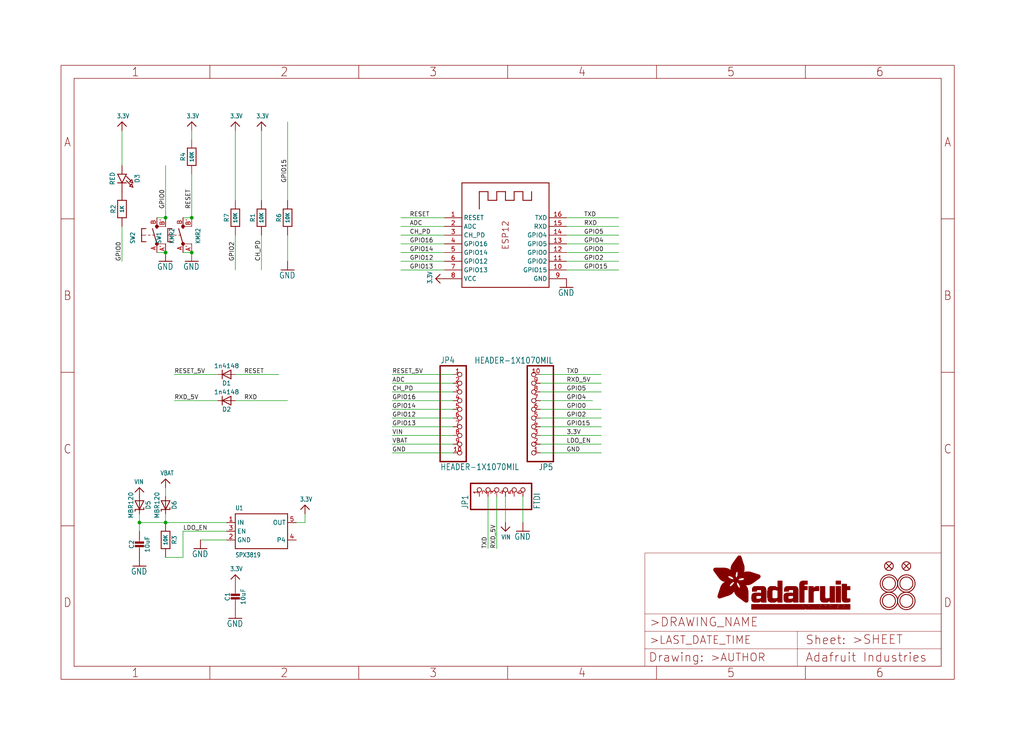
<source format=kicad_sch>
(kicad_sch (version 20211123) (generator eeschema)
  (paper "User" 298.45 217.881)
  (lib_symbols
    (symbol "eagleSchem-eagle-import:3.3V" (power)
      (property "Value" "3.3V" (at -1.524 1.016 0))
      (symbol "3.3V_1_0"
        (pin power_in line (at 0 -2.54 90) (length 2.54) (name "3.3V") (number "1"))
      )
    )
    (symbol "eagleSchem-eagle-import:CAP_CERAMIC0805-NOOUTLINE"
      (property "Reference" "C" (at -2.29 1.25 90))
      (property "Value" "CAP_CERAMIC0805-NOOUTLINE" (at 2.3 1.25 90))
      (symbol "CAP_CERAMIC0805-NOOUTLINE_1_0"
        (pin passive line (at 0 5.08 270) (length 2.54) (name "1") (number "1"))
        (pin passive line (at 0 -2.54 90) (length 2.54) (name "2") (number "2"))
      )
    )
    (symbol "eagleSchem-eagle-import:DIODE-SCHOTTKYSOD-123"
      (property "Reference" "D" (at 0 2.54 0))
      (property "Value" "DIODE-SCHOTTKYSOD-123" (at 0 -2.5 0))
      (symbol "DIODE-SCHOTTKYSOD-123_1_0"
        (pin passive line (at -2.54 0 0) (length 2.54) (name "A") (number "A"))
        (pin passive line (at 2.54 0 180) (length 2.54) (name "C") (number "C"))
      )
    )
    (symbol "eagleSchem-eagle-import:DIODESOD-323"
      (property "Reference" "D" (at 0 2.54 0))
      (property "Value" "DIODESOD-323" (at 0 -2.5 0))
      (symbol "DIODESOD-323_1_0"
        (pin passive line (at -2.54 0 0) (length 2.54) (name "A") (number "A"))
        (pin passive line (at 2.54 0 180) (length 2.54) (name "C") (number "C"))
      )
    )
    (symbol "eagleSchem-eagle-import:ESP-12"
      (symbol "ESP-12_1_0"
        (text "ESP12" (at 0 0 900) (effects (font (size 1.778 1.778))))
        (pin input line (at -17.78 5.08 0) (length 5.08) (name "RESET") (number "1"))
        (pin bidirectional line (at 17.78 -10.16 180) (length 5.08) (name "GPIO15") (number "10"))
        (pin bidirectional line (at 17.78 -7.62 180) (length 5.08) (name "GPIO2") (number "11"))
        (pin bidirectional line (at 17.78 -5.08 180) (length 5.08) (name "GPIO0") (number "12"))
        (pin bidirectional line (at 17.78 -2.54 180) (length 5.08) (name "GPIO5") (number "13"))
        (pin bidirectional line (at 17.78 0 180) (length 5.08) (name "GPIO4") (number "14"))
        (pin input line (at 17.78 2.54 180) (length 5.08) (name "RXD") (number "15"))
        (pin output line (at 17.78 5.08 180) (length 5.08) (name "TXD") (number "16"))
        (pin passive line (at -17.78 2.54 0) (length 5.08) (name "ADC") (number "2"))
        (pin input line (at -17.78 0 0) (length 5.08) (name "CH_PD") (number "3"))
        (pin bidirectional line (at -17.78 -2.54 0) (length 5.08) (name "GPIO16") (number "4"))
        (pin bidirectional line (at -17.78 -5.08 0) (length 5.08) (name "GPIO14") (number "5"))
        (pin bidirectional line (at -17.78 -7.62 0) (length 5.08) (name "GPIO12") (number "6"))
        (pin bidirectional line (at -17.78 -10.16 0) (length 5.08) (name "GPIO13") (number "7"))
        (pin power_in line (at -17.78 -12.7 0) (length 5.08) (name "VCC") (number "8"))
        (pin power_in line (at 17.78 -12.7 180) (length 5.08) (name "GND") (number "9"))
      )
    )
    (symbol "eagleSchem-eagle-import:FIDUCIAL{dblquote}{dblquote}")
    (symbol "eagleSchem-eagle-import:FRAME_A4_ADAFRUIT"
      (symbol "FRAME_A4_ADAFRUIT_1_0"
        (text "1" (at 21.6958 1.905 0) (effects (font (size 2.54 2.286))))
        (text "1" (at 21.6958 177.165 0) (effects (font (size 2.54 2.286))))
        (text "2" (at 65.0875 1.905 0) (effects (font (size 2.54 2.286))))
        (text "2" (at 65.0875 177.165 0) (effects (font (size 2.54 2.286))))
        (text "3" (at 108.4792 1.905 0) (effects (font (size 2.54 2.286))))
        (text "3" (at 108.4792 177.165 0) (effects (font (size 2.54 2.286))))
        (text "4" (at 151.8708 1.905 0) (effects (font (size 2.54 2.286))))
        (text "4" (at 151.8708 177.165 0) (effects (font (size 2.54 2.286))))
        (text "5" (at 195.2625 1.905 0) (effects (font (size 2.54 2.286))))
        (text "5" (at 195.2625 177.165 0) (effects (font (size 2.54 2.286))))
        (text "6" (at 238.6542 1.905 0) (effects (font (size 2.54 2.286))))
        (text "6" (at 238.6542 177.165 0) (effects (font (size 2.54 2.286))))
        (text ">AUTHOR" (at 189.23 5.08 0) (effects (font (size 2.286 2.286)) (justify left bottom)))
        (text ">DRAWING_NAME" (at 171.45 15.24 0) (effects (font (size 2.54 2.54)) (justify left bottom)))
        (text ">LAST_DATE_TIME" (at 171.45 10.16 0) (effects (font (size 2.286 2.286)) (justify left bottom)))
        (text ">SHEET" (at 230.505 10.16 0) (effects (font (size 2.54 2.54)) (justify left bottom)))
        (text "A" (at 1.905 156.6863 0) (effects (font (size 2.54 2.286))))
        (text "A" (at 258.445 156.6863 0) (effects (font (size 2.54 2.286))))
        (text "Adafruit Industries" (at 216.916 4.953 0) (effects (font (size 2.54 2.54)) (justify left bottom)))
        (text "B" (at 1.905 111.9188 0) (effects (font (size 2.54 2.286))))
        (text "B" (at 258.445 111.9188 0) (effects (font (size 2.54 2.286))))
        (text "C" (at 1.905 67.1513 0) (effects (font (size 2.54 2.286))))
        (text "C" (at 258.445 67.1513 0) (effects (font (size 2.54 2.286))))
        (text "D" (at 1.905 22.3838 0) (effects (font (size 2.54 2.286))))
        (text "D" (at 258.445 22.3838 0) (effects (font (size 2.54 2.286))))
        (text "Drawing:" (at 171.196 4.953 0) (effects (font (size 2.54 2.54)) (justify left bottom)))
        (text "Sheet:" (at 216.916 10.033 0) (effects (font (size 2.54 2.54)) (justify left bottom)))
      )
    )
    (symbol "eagleSchem-eagle-import:GND" (power)
      (property "Value" "GND" (at -2.54 -2.54 0))
      (symbol "GND_1_0"
        (pin power_in line (at 0 2.54 270) (length 2.54) (name "GND") (number "1"))
      )
    )
    (symbol "eagleSchem-eagle-import:HEADER-1X1070MIL"
      (property "Reference" "JP" (at -6.35 13.335 0))
      (property "Value" "HEADER-1X1070MIL" (at -6.35 -17.78 0))
      (symbol "HEADER-1X1070MIL_1_0"
        (pin passive inverted (at -2.54 10.16 0) (length 2.54) (name "1") (number "1"))
        (pin passive inverted (at -2.54 -12.7 0) (length 2.54) (name "10") (number "10"))
        (pin passive inverted (at -2.54 7.62 0) (length 2.54) (name "2") (number "2"))
        (pin passive inverted (at -2.54 5.08 0) (length 2.54) (name "3") (number "3"))
        (pin passive inverted (at -2.54 2.54 0) (length 2.54) (name "4") (number "4"))
        (pin passive inverted (at -2.54 0 0) (length 2.54) (name "5") (number "5"))
        (pin passive inverted (at -2.54 -2.54 0) (length 2.54) (name "6") (number "6"))
        (pin passive inverted (at -2.54 -5.08 0) (length 2.54) (name "7") (number "7"))
        (pin passive inverted (at -2.54 -7.62 0) (length 2.54) (name "8") (number "8"))
        (pin passive inverted (at -2.54 -10.16 0) (length 2.54) (name "9") (number "9"))
      )
    )
    (symbol "eagleSchem-eagle-import:HEADER-1X670MIL"
      (property "Reference" "JP" (at -6.35 10.795 0))
      (property "Value" "HEADER-1X670MIL" (at -6.35 -10.16 0))
      (symbol "HEADER-1X670MIL_1_0"
        (pin passive inverted (at -2.54 7.62 0) (length 2.54) (name "1") (number "1"))
        (pin passive inverted (at -2.54 5.08 0) (length 2.54) (name "2") (number "2"))
        (pin passive inverted (at -2.54 2.54 0) (length 2.54) (name "3") (number "3"))
        (pin passive inverted (at -2.54 0 0) (length 2.54) (name "4") (number "4"))
        (pin passive inverted (at -2.54 -2.54 0) (length 2.54) (name "5") (number "5"))
        (pin passive inverted (at -2.54 -5.08 0) (length 2.54) (name "6") (number "6"))
      )
    )
    (symbol "eagleSchem-eagle-import:LED0805_NOOUTLINE"
      (property "Reference" "D" (at -1.27 4.445 0))
      (property "Value" "LED0805_NOOUTLINE" (at -1.27 -2.794 0))
      (symbol "LED0805_NOOUTLINE_1_0"
        (pin passive line (at -5.08 0 0) (length 2.54) (name "A") (number "A"))
        (pin passive line (at 2.54 0 180) (length 2.54) (name "C") (number "C"))
      )
    )
    (symbol "eagleSchem-eagle-import:MOUNTINGHOLE2.5")
    (symbol "eagleSchem-eagle-import:RESISTOR0805_NOOUTLINE"
      (property "Reference" "R" (at 0 2.54 0))
      (property "Value" "RESISTOR0805_NOOUTLINE" (at 0 0 0))
      (symbol "RESISTOR0805_NOOUTLINE_1_0"
        (pin passive line (at -5.08 0 0) (length 2.54) (name "1") (number "1"))
        (pin passive line (at 5.08 0 180) (length 2.54) (name "2") (number "2"))
      )
    )
    (symbol "eagleSchem-eagle-import:SWITCH_TACT_SMT4.6X2.8"
      (property "Reference" "SW" (at -2.54 6.35 0))
      (property "Value" "SWITCH_TACT_SMT4.6X2.8" (at -2.54 -5.08 0))
      (symbol "SWITCH_TACT_SMT4.6X2.8_1_0"
        (pin passive line (at -5.08 0 0) (length 2.54) (name "P") (number "A"))
        (pin passive line (at -5.08 -2.54 0) (length 2.54) (name "P1") (number "A'"))
        (pin passive line (at 5.08 0 180) (length 2.54) (name "S") (number "B"))
        (pin passive line (at 5.08 -2.54 180) (length 2.54) (name "S1") (number "B'"))
      )
    )
    (symbol "eagleSchem-eagle-import:VBAT" (power)
      (property "Value" "VBAT" (at -1.524 1.016 0))
      (symbol "VBAT_1_0"
        (pin power_in line (at 0 -2.54 90) (length 2.54) (name "VBAT") (number "1"))
      )
    )
    (symbol "eagleSchem-eagle-import:VIN" (power)
      (property "Value" "VIN" (at -1.524 1.016 0))
      (symbol "VIN_1_0"
        (pin power_in line (at 0 -2.54 90) (length 2.54) (name "VIN") (number "1"))
      )
    )
    (symbol "eagleSchem-eagle-import:VREG_SOT23-5"
      (property "Reference" "U" (at -7.62 6.096 0))
      (property "Value" "VREG_SOT23-5" (at -7.62 -7.62 0))
      (symbol "VREG_SOT23-5_1_0"
        (pin power_in line (at -10.16 2.54 0) (length 2.54) (name "IN") (number "1"))
        (pin power_in line (at -10.16 -2.54 0) (length 2.54) (name "GND") (number "2"))
        (pin input line (at -10.16 0 0) (length 2.54) (name "EN") (number "3"))
        (pin bidirectional line (at 10.16 -2.54 180) (length 2.54) (name "P4") (number "4"))
        (pin power_in line (at 10.16 2.54 180) (length 2.54) (name "OUT") (number "5"))
      )
    )
  )
  (junction (at 48.26 73.66))
  (junction (at 55.88 63.5))
  (junction (at 40.64 152.4))
  (junction (at 48.26 152.4))
  (junction (at 55.88 73.66))
  (junction (at 48.26 63.5))
  (wire (pts (xy 114.3 114.3) (xy 132.08 114.3)))
  (wire (pts (xy 40.64 152.4) (xy 40.64 154.94)))
  (wire (pts (xy 45.72 73.66) (xy 48.26 73.66)))
  (wire (pts (xy 157.48 109.22) (xy 175.26 109.22)))
  (wire (pts (xy 147.32 144.78) (xy 147.32 152.4)))
  (wire (pts (xy 114.3 124.46) (xy 132.08 124.46)))
  (wire (pts (xy 83.82 76.2) (xy 83.82 68.58)))
  (wire (pts (xy 66.04 152.4) (xy 48.26 152.4)))
  (wire (pts (xy 53.34 154.94) (xy 66.04 154.94)))
  (wire (pts (xy 152.4 152.4) (xy 152.4 144.78)))
  (wire (pts (xy 55.88 50.8) (xy 55.88 63.5)))
  (wire (pts (xy 165.1 73.66) (xy 180.34 73.66)))
  (wire (pts (xy 63.5 116.84) (xy 50.8 116.84)))
  (wire (pts (xy 76.2 58.42) (xy 76.2 38.1)))
  (wire (pts (xy 88.9 152.4) (xy 88.9 149.86)))
  (wire (pts (xy 35.56 66.04) (xy 35.56 76.2)))
  (wire (pts (xy 142.24 160.02) (xy 142.24 144.78)))
  (wire (pts (xy 129.54 63.5) (xy 116.84 63.5)))
  (wire (pts (xy 157.48 114.3) (xy 175.26 114.3)))
  (wire (pts (xy 180.34 66.04) (xy 165.1 66.04)))
  (wire (pts (xy 172.72 116.84) (xy 157.48 116.84)))
  (wire (pts (xy 68.58 109.22) (xy 81.28 109.22)))
  (wire (pts (xy 132.08 119.38) (xy 114.3 119.38)))
  (wire (pts (xy 129.54 76.2) (xy 116.84 76.2)))
  (wire (pts (xy 68.58 58.42) (xy 68.58 38.1)))
  (wire (pts (xy 144.78 160.02) (xy 144.78 144.78)))
  (wire (pts (xy 157.48 132.08) (xy 175.26 132.08)))
  (wire (pts (xy 68.58 68.58) (xy 68.58 78.74)))
  (wire (pts (xy 165.1 68.58) (xy 180.34 68.58)))
  (wire (pts (xy 132.08 116.84) (xy 114.3 116.84)))
  (wire (pts (xy 114.3 129.54) (xy 132.08 129.54)))
  (wire (pts (xy 50.8 109.22) (xy 63.5 109.22)))
  (wire (pts (xy 116.84 68.58) (xy 129.54 68.58)))
  (wire (pts (xy 83.82 58.42) (xy 83.82 35.56)))
  (wire (pts (xy 48.26 152.4) (xy 48.26 149.86)))
  (wire (pts (xy 132.08 132.08) (xy 114.3 132.08)))
  (wire (pts (xy 48.26 63.5) (xy 45.72 63.5)))
  (wire (pts (xy 48.26 152.4) (xy 40.64 152.4)))
  (wire (pts (xy 35.56 48.26) (xy 35.56 38.1)))
  (wire (pts (xy 175.26 129.54) (xy 157.48 129.54)))
  (wire (pts (xy 129.54 66.04) (xy 116.84 66.04)))
  (wire (pts (xy 132.08 127) (xy 114.3 127)))
  (wire (pts (xy 129.54 71.12) (xy 116.84 71.12)))
  (wire (pts (xy 157.48 124.46) (xy 175.26 124.46)))
  (wire (pts (xy 132.08 111.76) (xy 114.3 111.76)))
  (wire (pts (xy 48.26 144.78) (xy 48.26 142.24)))
  (wire (pts (xy 55.88 38.1) (xy 55.88 40.64)))
  (wire (pts (xy 180.34 71.12) (xy 165.1 71.12)))
  (wire (pts (xy 55.88 63.5) (xy 53.34 63.5)))
  (wire (pts (xy 68.58 116.84) (xy 83.82 116.84)))
  (wire (pts (xy 53.34 73.66) (xy 55.88 73.66)))
  (wire (pts (xy 116.84 78.74) (xy 129.54 78.74)))
  (wire (pts (xy 175.26 111.76) (xy 157.48 111.76)))
  (wire (pts (xy 116.84 73.66) (xy 129.54 73.66)))
  (wire (pts (xy 175.26 121.92) (xy 157.48 121.92)))
  (wire (pts (xy 165.1 78.74) (xy 180.34 78.74)))
  (wire (pts (xy 157.48 119.38) (xy 175.26 119.38)))
  (wire (pts (xy 86.36 152.4) (xy 88.9 152.4)))
  (wire (pts (xy 132.08 109.22) (xy 114.3 109.22)))
  (wire (pts (xy 58.42 157.48) (xy 66.04 157.48)))
  (wire (pts (xy 114.3 121.92) (xy 132.08 121.92)))
  (wire (pts (xy 53.34 162.56) (xy 53.34 154.94)))
  (wire (pts (xy 76.2 68.58) (xy 76.2 78.74)))
  (wire (pts (xy 180.34 76.2) (xy 165.1 76.2)))
  (wire (pts (xy 157.48 127) (xy 175.26 127)))
  (wire (pts (xy 48.26 162.56) (xy 53.34 162.56)))
  (wire (pts (xy 165.1 63.5) (xy 180.34 63.5)))
  (wire (pts (xy 48.26 48.26) (xy 48.26 63.5)))
  (wire (pts (xy 40.64 152.4) (xy 40.64 149.86)))
  (label "RESET_5V" (at 50.8 109.22 0) (effects (font (size 1.2446 1.2446))))
  (label "TXD" (at 170.18 63.5 0) (effects (font (size 1.2446 1.2446))))
  (label "RESET" (at 55.88 60.96 90) (effects (font (size 1.2446 1.2446))))
  (label "GPIO4" (at 170.18 71.12 0) (effects (font (size 1.2446 1.2446))))
  (label "LDO_EN" (at 53.34 154.94 0) (effects (font (size 1.2446 1.2446))))
  (label "3.3V" (at 165.1 127 0) (effects (font (size 1.2446 1.2446))))
  (label "CH_PD" (at 119.38 68.58 0) (effects (font (size 1.2446 1.2446))))
  (label "GPIO12" (at 119.38 76.2 0) (effects (font (size 1.2446 1.2446))))
  (label "GPIO16" (at 114.3 116.84 0) (effects (font (size 1.2446 1.2446))))
  (label "ADC" (at 119.38 66.04 0) (effects (font (size 1.2446 1.2446))))
  (label "RESET" (at 71.12 109.22 0) (effects (font (size 1.2446 1.2446))))
  (label "TXD" (at 142.24 160.02 90) (effects (font (size 1.2446 1.2446))))
  (label "RXD" (at 170.18 66.04 0) (effects (font (size 1.2446 1.2446))))
  (label "GPIO15" (at 170.18 78.74 0) (effects (font (size 1.2446 1.2446))))
  (label "GPIO0" (at 35.56 76.2 90) (effects (font (size 1.2446 1.2446))))
  (label "TXD" (at 165.1 109.22 0) (effects (font (size 1.2446 1.2446))))
  (label "GPIO0" (at 165.1 119.38 0) (effects (font (size 1.2446 1.2446))))
  (label "CH_PD" (at 114.3 114.3 0) (effects (font (size 1.2446 1.2446))))
  (label "RESET_5V" (at 114.3 109.22 0) (effects (font (size 1.2446 1.2446))))
  (label "GPIO14" (at 119.38 73.66 0) (effects (font (size 1.2446 1.2446))))
  (label "RXD_5V" (at 50.8 116.84 0) (effects (font (size 1.2446 1.2446))))
  (label "GPIO16" (at 119.38 71.12 0) (effects (font (size 1.2446 1.2446))))
  (label "GPIO13" (at 114.3 124.46 0) (effects (font (size 1.2446 1.2446))))
  (label "GPIO0" (at 170.18 73.66 0) (effects (font (size 1.2446 1.2446))))
  (label "GPIO0" (at 48.26 60.96 90) (effects (font (size 1.2446 1.2446))))
  (label "GPIO15" (at 83.82 53.34 90) (effects (font (size 1.2446 1.2446))))
  (label "GPIO14" (at 114.3 119.38 0) (effects (font (size 1.2446 1.2446))))
  (label "ADC" (at 114.3 111.76 0) (effects (font (size 1.2446 1.2446))))
  (label "LDO_EN" (at 165.1 129.54 0) (effects (font (size 1.2446 1.2446))))
  (label "GPIO12" (at 114.3 121.92 0) (effects (font (size 1.2446 1.2446))))
  (label "GPIO13" (at 119.38 78.74 0) (effects (font (size 1.2446 1.2446))))
  (label "RESET" (at 119.38 63.5 0) (effects (font (size 1.2446 1.2446))))
  (label "CH_PD" (at 76.2 76.2 90) (effects (font (size 1.2446 1.2446))))
  (label "GPIO4" (at 165.1 116.84 0) (effects (font (size 1.2446 1.2446))))
  (label "VIN" (at 114.3 127 0) (effects (font (size 1.2446 1.2446))))
  (label "RXD" (at 71.12 116.84 0) (effects (font (size 1.2446 1.2446))))
  (label "RXD_5V" (at 144.78 160.02 90) (effects (font (size 1.2446 1.2446))))
  (label "GPIO15" (at 165.1 124.46 0) (effects (font (size 1.2446 1.2446))))
  (label "GND" (at 114.3 132.08 0) (effects (font (size 1.2446 1.2446))))
  (label "RXD_5V" (at 165.1 111.76 0) (effects (font (size 1.2446 1.2446))))
  (label "VBAT" (at 114.3 129.54 0) (effects (font (size 1.2446 1.2446))))
  (label "GPIO2" (at 170.18 76.2 0) (effects (font (size 1.2446 1.2446))))
  (label "GPIO2" (at 68.58 76.2 90) (effects (font (size 1.2446 1.2446))))
  (label "GPIO5" (at 165.1 114.3 0) (effects (font (size 1.2446 1.2446))))
  (label "GND" (at 165.1 132.08 0) (effects (font (size 1.2446 1.2446))))
  (label "GPIO5" (at 170.18 68.58 0) (effects (font (size 1.2446 1.2446))))
  (label "GPIO2" (at 165.1 121.92 0) (effects (font (size 1.2446 1.2446))))
  (symbol (lib_id "eagleSchem-eagle-import:3.3V") (at 76.2 35.56 0) (unit 1)
    (property "Reference" "#U$1" (effects hide))
    (property "Value" "3.3V" (at 74.676 34.544 0) (effects (font (size 1.27 1.0795)) (justify left bottom)))
    (property "Footprint" "eagleSchem:" (effects hide))
  )
  (symbol (lib_id "eagleSchem-eagle-import:ESP-12") (at 147.32 68.58 0) (unit 1)
    (property "Reference" "X1" (effects hide))
    (property "Value" "ESP-12" (effects hide))
    (property "Footprint" "eagleSchem:ESP-12" (effects hide))
  )
  (symbol (lib_id "eagleSchem-eagle-import:MOUNTINGHOLE2.5") (at 259.08 170.18 0) (unit 1)
    (property "Reference" "U$16" (effects hide))
    (property "Value" "MOUNTINGHOLE2.5" (effects hide))
    (property "Footprint" "eagleSchem:MOUNTINGHOLE_2.5_PLATED" (effects hide))
  )
  (symbol (lib_id "eagleSchem-eagle-import:CAP_CERAMIC0805-NOOUTLINE") (at 40.64 160.02 0) (unit 1)
    (property "Reference" "C2" (at 38.35 158.77 90))
    (property "Value" "10uF" (at 42.94 158.77 90))
    (property "Footprint" "eagleSchem:0805-NO" (effects hide))
  )
  (symbol (lib_id "eagleSchem-eagle-import:3.3V") (at 35.56 35.56 0) (unit 1)
    (property "Reference" "#U$14" (effects hide))
    (property "Value" "3.3V" (at 34.036 34.544 0) (effects (font (size 1.27 1.0795)) (justify left bottom)))
    (property "Footprint" "eagleSchem:" (effects hide))
  )
  (symbol (lib_id "eagleSchem-eagle-import:HEADER-1X1070MIL") (at 154.94 121.92 180) (unit 1)
    (property "Reference" "JP5" (at 161.29 135.255 0) (effects (font (size 1.778 1.5113)) (justify left bottom)))
    (property "Value" "HEADER-1X1070MIL" (at 161.29 104.14 0) (effects (font (size 1.778 1.5113)) (justify left bottom)))
    (property "Footprint" "eagleSchem:1X10_ROUND70" (effects hide))
  )
  (symbol (lib_id "eagleSchem-eagle-import:MOUNTINGHOLE2.5") (at 264.16 175.26 0) (unit 1)
    (property "Reference" "U$17" (effects hide))
    (property "Value" "MOUNTINGHOLE2.5" (effects hide))
    (property "Footprint" "eagleSchem:MOUNTINGHOLE_2.5_PLATED" (effects hide))
  )
  (symbol (lib_id "eagleSchem-eagle-import:HEADER-1X670MIL") (at 147.32 142.24 90) (unit 1)
    (property "Reference" "JP1" (at 136.525 148.59 0) (effects (font (size 1.778 1.5113)) (justify left bottom)))
    (property "Value" "FTDI" (at 157.48 148.59 0) (effects (font (size 1.778 1.5113)) (justify left bottom)))
    (property "Footprint" "eagleSchem:1X06_ROUND_70" (effects hide))
  )
  (symbol (lib_id "eagleSchem-eagle-import:SWITCH_TACT_SMT4.6X2.8") (at 53.34 68.58 90) (unit 1)
    (property "Reference" "SW1" (at 46.99 71.12 0) (effects (font (size 1.27 1.0795)) (justify left bottom)))
    (property "Value" "KMR2" (at 58.42 71.12 0) (effects (font (size 1.27 1.0795)) (justify left bottom)))
    (property "Footprint" "eagleSchem:BTN_KMR2_4.6X2.8" (effects hide))
  )
  (symbol (lib_id "eagleSchem-eagle-import:RESISTOR0805_NOOUTLINE") (at 68.58 63.5 90) (unit 1)
    (property "Reference" "R7" (at 66.04 63.5 0))
    (property "Value" "10K" (at 68.58 63.5 0) (effects (font (size 1.016 1.016) bold)))
    (property "Footprint" "eagleSchem:0805-NO" (effects hide))
  )
  (symbol (lib_id "eagleSchem-eagle-import:MOUNTINGHOLE2.5") (at 264.16 170.18 0) (unit 1)
    (property "Reference" "U$18" (effects hide))
    (property "Value" "MOUNTINGHOLE2.5" (effects hide))
    (property "Footprint" "eagleSchem:MOUNTINGHOLE_2.5_PLATED" (effects hide))
  )
  (symbol (lib_id "eagleSchem-eagle-import:HEADER-1X1070MIL") (at 134.62 119.38 0) (unit 1)
    (property "Reference" "JP4" (at 128.27 106.045 0) (effects (font (size 1.778 1.5113)) (justify left bottom)))
    (property "Value" "HEADER-1X1070MIL" (at 128.27 137.16 0) (effects (font (size 1.778 1.5113)) (justify left bottom)))
    (property "Footprint" "eagleSchem:1X10_ROUND70" (effects hide))
  )
  (symbol (lib_id "eagleSchem-eagle-import:GND") (at 48.26 76.2 0) (unit 1)
    (property "Reference" "#GND5" (effects hide))
    (property "Value" "GND" (at 45.72 78.74 0) (effects (font (size 1.778 1.5113)) (justify left bottom)))
    (property "Footprint" "eagleSchem:" (effects hide))
  )
  (symbol (lib_id "eagleSchem-eagle-import:3.3V") (at 55.88 35.56 0) (unit 1)
    (property "Reference" "#U$4" (effects hide))
    (property "Value" "3.3V" (at 54.356 34.544 0) (effects (font (size 1.27 1.0795)) (justify left bottom)))
    (property "Footprint" "eagleSchem:" (effects hide))
  )
  (symbol (lib_id "eagleSchem-eagle-import:DIODE-SCHOTTKYSOD-123") (at 48.26 147.32 270) (unit 1)
    (property "Reference" "D6" (at 50.8 147.32 0))
    (property "Value" "MBR120" (at 45.76 147.32 0))
    (property "Footprint" "eagleSchem:SOD-123" (effects hide))
  )
  (symbol (lib_id "eagleSchem-eagle-import:LED0805_NOOUTLINE") (at 35.56 53.34 270) (unit 1)
    (property "Reference" "D3" (at 40.005 52.07 0))
    (property "Value" "RED" (at 32.766 52.07 0))
    (property "Footprint" "eagleSchem:CHIPLED_0805_NOOUTLINE" (effects hide))
  )
  (symbol (lib_id "eagleSchem-eagle-import:FIDUCIAL{dblquote}{dblquote}") (at 264.16 165.1 0) (unit 1)
    (property "Reference" "FID1" (effects hide))
    (property "Value" "FIDUCIAL{dblquote}{dblquote}" (effects hide))
    (property "Footprint" "eagleSchem:FIDUCIAL_1MM" (effects hide))
  )
  (symbol (lib_id "eagleSchem-eagle-import:GND") (at 165.1 83.82 0) (unit 1)
    (property "Reference" "#GND3" (effects hide))
    (property "Value" "GND" (at 162.56 86.36 0) (effects (font (size 1.778 1.5113)) (justify left bottom)))
    (property "Footprint" "eagleSchem:" (effects hide))
  )
  (symbol (lib_id "eagleSchem-eagle-import:VIN") (at 40.64 142.24 0) (unit 1)
    (property "Reference" "#U$10" (effects hide))
    (property "Value" "VIN" (at 39.116 141.224 0) (effects (font (size 1.27 1.0795)) (justify left bottom)))
    (property "Footprint" "eagleSchem:" (effects hide))
  )
  (symbol (lib_id "eagleSchem-eagle-import:FRAME_A4_ADAFRUIT") (at 17.78 198.12 0) (unit 1)
    (property "Reference" "#U$8" (effects hide))
    (property "Value" "FRAME_A4_ADAFRUIT" (effects hide))
    (property "Footprint" "eagleSchem:" (effects hide))
  )
  (symbol (lib_id "eagleSchem-eagle-import:RESISTOR0805_NOOUTLINE") (at 55.88 45.72 90) (unit 1)
    (property "Reference" "R4" (at 53.34 45.72 0))
    (property "Value" "10K" (at 55.88 45.72 0) (effects (font (size 1.016 1.016) bold)))
    (property "Footprint" "eagleSchem:0805-NO" (effects hide))
  )
  (symbol (lib_id "eagleSchem-eagle-import:VIN") (at 147.32 154.94 180) (unit 1)
    (property "Reference" "#U$9" (effects hide))
    (property "Value" "VIN" (at 148.844 155.956 0) (effects (font (size 1.27 1.0795)) (justify left bottom)))
    (property "Footprint" "eagleSchem:" (effects hide))
  )
  (symbol (lib_id "eagleSchem-eagle-import:SWITCH_TACT_SMT4.6X2.8") (at 45.72 68.58 90) (unit 1)
    (property "Reference" "SW2" (at 39.37 71.12 0) (effects (font (size 1.27 1.0795)) (justify left bottom)))
    (property "Value" "KMR2" (at 50.8 71.12 0) (effects (font (size 1.27 1.0795)) (justify left bottom)))
    (property "Footprint" "eagleSchem:BTN_KMR2_4.6X2.8" (effects hide))
  )
  (symbol (lib_id "eagleSchem-eagle-import:3.3V") (at 68.58 167.64 0) (unit 1)
    (property "Reference" "#U$7" (effects hide))
    (property "Value" "3.3V" (at 67.056 166.624 0) (effects (font (size 1.27 1.0795)) (justify left bottom)))
    (property "Footprint" "eagleSchem:" (effects hide))
  )
  (symbol (lib_id "eagleSchem-eagle-import:GND") (at 68.58 180.34 0) (unit 1)
    (property "Reference" "#GND2" (effects hide))
    (property "Value" "GND" (at 66.04 182.88 0) (effects (font (size 1.778 1.5113)) (justify left bottom)))
    (property "Footprint" "eagleSchem:" (effects hide))
  )
  (symbol (lib_id "eagleSchem-eagle-import:RESISTOR0805_NOOUTLINE") (at 35.56 60.96 90) (unit 1)
    (property "Reference" "R2" (at 33.02 60.96 0))
    (property "Value" "1K" (at 35.56 60.96 0) (effects (font (size 1.016 1.016) bold)))
    (property "Footprint" "eagleSchem:0805-NO" (effects hide))
  )
  (symbol (lib_id "eagleSchem-eagle-import:CAP_CERAMIC0805-NOOUTLINE") (at 68.58 175.26 0) (unit 1)
    (property "Reference" "C1" (at 66.29 174.01 90))
    (property "Value" "10uF" (at 70.88 174.01 90))
    (property "Footprint" "eagleSchem:0805-NO" (effects hide))
  )
  (symbol (lib_id "eagleSchem-eagle-import:GND") (at 40.64 165.1 0) (unit 1)
    (property "Reference" "#GND11" (effects hide))
    (property "Value" "GND" (at 38.1 167.64 0) (effects (font (size 1.778 1.5113)) (justify left bottom)))
    (property "Footprint" "eagleSchem:" (effects hide))
  )
  (symbol (lib_id "eagleSchem-eagle-import:RESISTOR0805_NOOUTLINE") (at 48.26 157.48 270) (unit 1)
    (property "Reference" "R3" (at 50.8 157.48 0))
    (property "Value" "10K" (at 48.26 157.48 0) (effects (font (size 1.016 1.016) bold)))
    (property "Footprint" "eagleSchem:0805-NO" (effects hide))
  )
  (symbol (lib_id "eagleSchem-eagle-import:DIODESOD-323") (at 66.04 109.22 180) (unit 1)
    (property "Reference" "D1" (at 66.04 111.76 0))
    (property "Value" "1n4148" (at 66.04 106.72 0))
    (property "Footprint" "eagleSchem:SOD-323" (effects hide))
  )
  (symbol (lib_id "eagleSchem-eagle-import:GND") (at 152.4 154.94 0) (unit 1)
    (property "Reference" "#GND6" (effects hide))
    (property "Value" "GND" (at 149.86 157.48 0) (effects (font (size 1.778 1.5113)) (justify left bottom)))
    (property "Footprint" "eagleSchem:" (effects hide))
  )
  (symbol (lib_id "eagleSchem-eagle-import:MOUNTINGHOLE2.5") (at 259.08 175.26 0) (unit 1)
    (property "Reference" "U$15" (effects hide))
    (property "Value" "MOUNTINGHOLE2.5" (effects hide))
    (property "Footprint" "eagleSchem:MOUNTINGHOLE_2.5_PLATED" (effects hide))
  )
  (symbol (lib_id "eagleSchem-eagle-import:DIODE-SCHOTTKYSOD-123") (at 40.64 147.32 270) (unit 1)
    (property "Reference" "D5" (at 43.18 147.32 0))
    (property "Value" "MBR120" (at 38.14 147.32 0))
    (property "Footprint" "eagleSchem:SOD-123" (effects hide))
  )
  (symbol (lib_id "eagleSchem-eagle-import:GND") (at 83.82 78.74 0) (unit 1)
    (property "Reference" "#GND1" (effects hide))
    (property "Value" "GND" (at 81.28 81.28 0) (effects (font (size 1.778 1.5113)) (justify left bottom)))
    (property "Footprint" "eagleSchem:" (effects hide))
  )
  (symbol (lib_id "eagleSchem-eagle-import:FIDUCIAL{dblquote}{dblquote}") (at 259.08 165.1 0) (unit 1)
    (property "Reference" "FID3" (effects hide))
    (property "Value" "FIDUCIAL{dblquote}{dblquote}" (effects hide))
    (property "Footprint" "eagleSchem:FIDUCIAL_1MM" (effects hide))
  )
  (symbol (lib_id "eagleSchem-eagle-import:DIODESOD-323") (at 66.04 116.84 180) (unit 1)
    (property "Reference" "D2" (at 66.04 119.38 0))
    (property "Value" "1n4148" (at 66.04 114.34 0))
    (property "Footprint" "eagleSchem:SOD-323" (effects hide))
  )
  (symbol (lib_id "eagleSchem-eagle-import:3.3V") (at 127 81.28 90) (unit 1)
    (property "Reference" "#U$22" (effects hide))
    (property "Value" "3.3V" (at 125.984 82.804 0) (effects (font (size 1.27 1.0795)) (justify left bottom)))
    (property "Footprint" "eagleSchem:" (effects hide))
  )
  (symbol (lib_id "eagleSchem-eagle-import:RESISTOR0805_NOOUTLINE") (at 76.2 63.5 90) (unit 1)
    (property "Reference" "R1" (at 73.66 63.5 0))
    (property "Value" "10K" (at 76.2 63.5 0) (effects (font (size 1.016 1.016) bold)))
    (property "Footprint" "eagleSchem:0805-NO" (effects hide))
  )
  (symbol (lib_id "eagleSchem-eagle-import:VREG_SOT23-5") (at 76.2 154.94 0) (unit 1)
    (property "Reference" "U1" (at 68.58 148.844 0) (effects (font (size 1.27 1.0795)) (justify left bottom)))
    (property "Value" "SPX3819" (at 68.58 162.56 0) (effects (font (size 1.27 1.0795)) (justify left bottom)))
    (property "Footprint" "eagleSchem:SOT23-5" (effects hide))
  )
  (symbol (lib_id "eagleSchem-eagle-import:VBAT") (at 48.26 139.7 0) (unit 1)
    (property "Reference" "#U$11" (effects hide))
    (property "Value" "VBAT" (at 46.736 138.684 0) (effects (font (size 1.27 1.0795)) (justify left bottom)))
    (property "Footprint" "eagleSchem:" (effects hide))
  )
  (symbol (lib_id "eagleSchem-eagle-import:3.3V") (at 68.58 35.56 0) (unit 1)
    (property "Reference" "#U$5" (effects hide))
    (property "Value" "3.3V" (at 67.056 34.544 0) (effects (font (size 1.27 1.0795)) (justify left bottom)))
    (property "Footprint" "eagleSchem:" (effects hide))
  )
  (symbol (lib_id "eagleSchem-eagle-import:RESISTOR0805_NOOUTLINE") (at 83.82 63.5 90) (unit 1)
    (property "Reference" "R6" (at 81.28 63.5 0))
    (property "Value" "10K" (at 83.82 63.5 0) (effects (font (size 1.016 1.016) bold)))
    (property "Footprint" "eagleSchem:0805-NO" (effects hide))
  )
  (symbol (lib_id "eagleSchem-eagle-import:3.3V") (at 88.9 147.32 0) (unit 1)
    (property "Reference" "#U$6" (effects hide))
    (property "Value" "3.3V" (at 87.376 146.304 0) (effects (font (size 1.27 1.0795)) (justify left bottom)))
    (property "Footprint" "eagleSchem:" (effects hide))
  )
  (symbol (lib_id "eagleSchem-eagle-import:GND") (at 58.42 160.02 0) (unit 1)
    (property "Reference" "#GND7" (effects hide))
    (property "Value" "GND" (at 55.88 162.56 0) (effects (font (size 1.778 1.5113)) (justify left bottom)))
    (property "Footprint" "eagleSchem:" (effects hide))
  )
  (symbol (lib_id "eagleSchem-eagle-import:GND") (at 55.88 76.2 0) (unit 1)
    (property "Reference" "#GND4" (effects hide))
    (property "Value" "GND" (at 53.34 78.74 0) (effects (font (size 1.778 1.5113)) (justify left bottom)))
    (property "Footprint" "eagleSchem:" (effects hide))
  )
)
</source>
